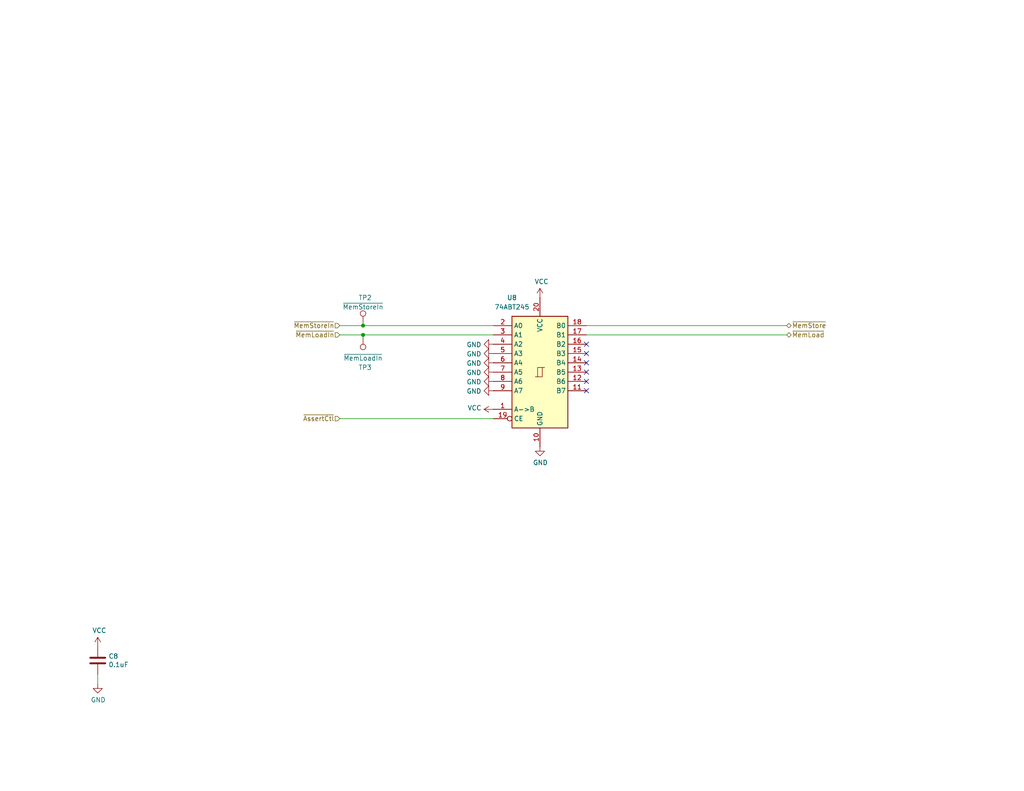
<source format=kicad_sch>
(kicad_sch (version 20250114) (generator "eeschema") (generator_version "9.0")
  (paper "USLetter")
  (title_block (date "2025-07-22") (rev "A"))
  (lib_symbols
    (symbol "Connector:TestPoint" (pin_numbers (hide yes)) (pin_names (offset 0.762) (hide yes))
      (property "Reference" "TP" (at 0 6.858 0))
      (property "Value" "TestPoint" (at 0 5.08 0))
      (symbol "TestPoint_0_1"
        (circle (center 0 3.302) (radius 0.762))
      )
      (symbol "TestPoint_1_1"
        (pin passive line (at 0 0 90) (length 2.54) (name "1") (number "1"))
      )
    )
    (symbol "Device:C" (pin_numbers (hide yes)) (pin_names (offset 0.254))
      (property "Reference" "C" (at 0.635 2.54 0))
      (property "Value" "C" (at 0.635 -2.54 0))
      (symbol "C_0_1"
        (polyline (pts (xy -2.032 0.762) (xy 2.032 0.762)) (stroke (width 0.508)))
        (polyline (pts (xy -2.032 -0.762) (xy 2.032 -0.762)) (stroke (width 0.508)))
      )
      (symbol "C_1_1"
        (pin passive line (at 0 3.81 270) (length 2.794) (name "~") (number "1"))
        (pin passive line (at 0 -3.81 90) (length 2.794) (name "~") (number "2"))
      )
    )
    (symbol "Turtle16:74ABT245"
      (property "Reference" "U" (at 0 2.54 0))
      (property "Value" "74ABT245" (at 0 2.54 0))
      (symbol "74ABT245_1_0"
        (polyline (pts (xy -1.27 -1.27) (xy 0.635 -1.27) (xy 0.635 1.27) (xy 1.27 1.27)))
        (polyline (pts (xy -0.635 -1.27) (xy -0.635 1.27) (xy 0.635 1.27)))
        (pin tri_state line (at -12.7 12.7 0) (length 5.08) (name "A0") (number "2"))
        (pin tri_state line (at -12.7 10.16 0) (length 5.08) (name "A1") (number "3"))
        (pin tri_state line (at -12.7 7.62 0) (length 5.08) (name "A2") (number "4"))
        (pin tri_state line (at -12.7 5.08 0) (length 5.08) (name "A3") (number "5"))
        (pin tri_state line (at -12.7 2.54 0) (length 5.08) (name "A4") (number "6"))
        (pin tri_state line (at -12.7 0 0) (length 5.08) (name "A5") (number "7"))
        (pin tri_state line (at -12.7 -2.54 0) (length 5.08) (name "A6") (number "8"))
        (pin tri_state line (at -12.7 -5.08 0) (length 5.08) (name "A7") (number "9"))
        (pin input line (at -12.7 -10.16 0) (length 5.08) (name "A->B") (number "1"))
        (pin input inverted (at -12.7 -12.7 0) (length 5.08) (name "CE") (number "19"))
        (pin power_in line (at 0 20.32 270) (length 5.08) (name "VCC") (number "20"))
        (pin power_in line (at 0 -20.32 90) (length 5.08) (name "GND") (number "10"))
        (pin tri_state line (at 12.7 12.7 180) (length 5.08) (name "B0") (number "18"))
        (pin tri_state line (at 12.7 10.16 180) (length 5.08) (name "B1") (number "17"))
        (pin tri_state line (at 12.7 7.62 180) (length 5.08) (name "B2") (number "16"))
        (pin tri_state line (at 12.7 5.08 180) (length 5.08) (name "B3") (number "15"))
        (pin tri_state line (at 12.7 2.54 180) (length 5.08) (name "B4") (number "14"))
        (pin tri_state line (at 12.7 0 180) (length 5.08) (name "B5") (number "13"))
        (pin tri_state line (at 12.7 -2.54 180) (length 5.08) (name "B6") (number "12"))
        (pin tri_state line (at 12.7 -5.08 180) (length 5.08) (name "B7") (number "11"))
      )
      (symbol "74ABT245_1_1"
        (rectangle (start -7.62 15.24) (end 7.62 -15.24) (stroke (width 0.254)) (fill (type background)))
      )
    )
    (symbol "power:GND" (power) (pin_numbers (hide yes)) (pin_names (offset 0) (hide yes))
      (property "Value" "GND" (at 0 -3.81 0))
      (symbol "GND_0_1"
        (polyline (pts (xy 0 0) (xy 0 -1.27) (xy 1.27 -1.27) (xy 0 -2.54) (xy -1.27 -1.27) (xy 0 -1.27)))
      )
      (symbol "GND_1_1"
        (pin power_in line (at 0 0 270) (length 0) (name "~") (number "1"))
      )
    )
    (symbol "power:VCC" (power) (pin_numbers (hide yes)) (pin_names (offset 0) (hide yes))
      (property "Value" "VCC" (at 0 3.556 0))
      (symbol "VCC_0_1"
        (polyline (pts (xy -0.762 1.27) (xy 0 2.54)))
        (polyline (pts (xy 0 2.54) (xy 0.762 1.27)))
        (polyline (pts (xy 0 0) (xy 0 2.54)))
      )
      (symbol "VCC_1_1"
        (pin power_in line (at 0 0 90) (length 0) (name "~") (number "1"))
      )
    )
  )
  (junction (at 99.06 88.9))
  (junction (at 99.06 91.44))
  (no_connect (at 160.02 93.98))
  (no_connect (at 160.02 96.52))
  (no_connect (at 160.02 101.6))
  (no_connect (at 160.02 99.06))
  (no_connect (at 160.02 104.14))
  (no_connect (at 160.02 106.68))
  (wire (pts (xy 26.67 186.69) (xy 26.67 184.15)))
  (wire (pts (xy 160.02 88.9) (xy 214.63 88.9)))
  (wire (pts (xy 160.02 91.44) (xy 214.63 91.44)))
  (wire (pts (xy 92.71 88.9) (xy 99.06 88.9)))
  (wire (pts (xy 92.71 91.44) (xy 99.06 91.44)))
  (wire (pts (xy 92.71 114.3) (xy 134.62 114.3)))
  (wire (pts (xy 99.06 88.9) (xy 134.62 88.9)))
  (wire (pts (xy 99.06 91.44) (xy 134.62 91.44)))
  (hierarchical_label "~{MemLoad}" (shape tri_state) (at 214.63 91.44 0))
  (hierarchical_label "~{MemLoadIn}" (shape input) (at 92.71 91.44 180))
  (hierarchical_label "~{MemStoreIn}" (shape input) (at 92.71 88.9 180))
  (hierarchical_label "~{AssertCtl}" (shape input) (at 92.71 114.3 180))
  (hierarchical_label "~{MemStore}" (shape tri_state) (at 214.63 88.9 0))
  (symbol (lib_id "Device:C") (at 26.67 180.34 0) (unit 1)
    (property "Reference" "C8" (at 29.591 179.1716 0) (effects (justify left)))
    (property "Value" "0.1uF" (at 29.591 181.483 0) (effects (justify left)))
    (property "Footprint" "Capacitor_SMD:C_0603_1608Metric" (effects (hide yes)))
    (property "Datasheet" "https://www.mouser.com/datasheet/2/396/taiyo_yuden_12132018_mlcc11_hq_e-1510082.pdf" (effects (hide yes)))
    (property "Manufacturer" "Taiyo Yuden" (effects (hide yes)))
    (property "Manufacturer#" "EMK107B7104KAHT" (effects (hide yes)))
    (property "Mouser#" "963-EMK107B7104KAHT" (effects (hide yes)))
    (property "Digikey#" "587-6004-1-ND" (effects (hide yes)))
    (instances (project "" (path "" (reference "C8") (unit 1))) (project "Turtle16Computer" (path "" (reference "C37") (unit 1))))
  )
  (symbol (lib_id "power:VCC") (at 26.67 176.53 0) (unit 1)
    (property "Reference" "#PWR036" (effects (hide yes)))
    (property "Value" "VCC" (at 27.1018 172.1358 0))
    (property "Description" "Power symbol creates a global label with name \"VCC\"" (effects (hide yes)))
    (instances (project "" (path "" (reference "#PWR036") (unit 1))) (project "Turtle16Computer" (path "" (reference "#PWR0647") (unit 1))))
  )
  (symbol (lib_id "power:GND") (at 26.67 186.69 0) (unit 1)
    (property "Reference" "#PWR037" (effects (hide yes)))
    (property "Value" "GND" (at 26.797 191.0842 0))
    (property "Description" "Power symbol creates a global label with name \"GND\" , ground" (effects (hide yes)))
    (instances (project "" (path "" (reference "#PWR037") (unit 1))) (project "Turtle16Computer" (path "" (reference "#PWR0648") (unit 1))))
  )
  (symbol (lib_id "power:GND") (at 134.62 93.98 270) (unit 1)
    (property "Reference" "#PWR038" (effects (hide yes)))
    (property "Value" "GND" (at 131.3688 94.107 90) (effects (justify right)))
    (property "Description" "Power symbol creates a global label with name \"GND\" , ground" (effects (hide yes)))
    (instances (project "" (path "" (reference "#PWR038") (unit 1))) (project "Turtle16Computer" (path "" (reference "#PWR0639") (unit 1))))
  )
  (symbol (lib_id "power:GND") (at 134.62 96.52 270) (unit 1)
    (property "Reference" "#PWR039" (effects (hide yes)))
    (property "Value" "GND" (at 131.3688 96.647 90) (effects (justify right)))
    (property "Description" "Power symbol creates a global label with name \"GND\" , ground" (effects (hide yes)))
    (instances (project "" (path "" (reference "#PWR039") (unit 1))) (project "Turtle16Computer" (path "" (reference "#PWR0640") (unit 1))))
  )
  (symbol (lib_id "power:GND") (at 134.62 99.06 270) (unit 1)
    (property "Reference" "#PWR040" (effects (hide yes)))
    (property "Value" "GND" (at 131.3688 99.187 90) (effects (justify right)))
    (property "Description" "Power symbol creates a global label with name \"GND\" , ground" (effects (hide yes)))
    (instances (project "" (path "" (reference "#PWR040") (unit 1))) (project "Turtle16Computer" (path "" (reference "#PWR0641") (unit 1))))
  )
  (symbol (lib_id "power:GND") (at 134.62 101.6 270) (unit 1)
    (property "Reference" "#PWR041" (effects (hide yes)))
    (property "Value" "GND" (at 131.3688 101.727 90) (effects (justify right)))
    (property "Description" "Power symbol creates a global label with name \"GND\" , ground" (effects (hide yes)))
    (instances (project "" (path "" (reference "#PWR041") (unit 1))) (project "Turtle16Computer" (path "" (reference "#PWR0642") (unit 1))))
  )
  (symbol (lib_id "power:GND") (at 134.62 104.14 270) (unit 1)
    (property "Reference" "#PWR042" (effects (hide yes)))
    (property "Value" "GND" (at 131.3688 104.267 90) (effects (justify right)))
    (property "Description" "Power symbol creates a global label with name \"GND\" , ground" (effects (hide yes)))
    (instances (project "" (path "" (reference "#PWR042") (unit 1))) (project "Turtle16Computer" (path "" (reference "#PWR0643") (unit 1))))
  )
  (symbol (lib_id "power:GND") (at 134.62 106.68 270) (unit 1)
    (property "Reference" "#PWR043" (effects (hide yes)))
    (property "Value" "GND" (at 131.3688 106.807 90) (effects (justify right)))
    (property "Description" "Power symbol creates a global label with name \"GND\" , ground" (effects (hide yes)))
    (instances (project "" (path "" (reference "#PWR043") (unit 1))) (project "Turtle16Computer" (path "" (reference "#PWR0644") (unit 1))))
  )
  (symbol (lib_id "Turtle16:74ABT245") (at 147.32 101.6 0) (unit 1)
    (property "Reference" "U8" (at 139.7 81.28 0))
    (property "Value" "74ABT245" (at 139.7 83.82 0))
    (property "Footprint" "Package_SO:TSSOP-20_4.4x6.5mm_P0.65mm" (effects (hide yes)))
    (property "Datasheet" "https://www.ti.com/general/docs/suppproductinfo.tsp?distId=26&gotoUrl=https://www.ti.com/lit/gpn/sn74abt245b" (effects (hide yes)))
    (property "Manufacturer" "Texas Instruments" (effects (hide yes)))
    (property "Manufacturer#" "SN74ABT245BPWR" (effects (hide yes)))
    (property "Mouser#" "595-SN74ABT245BPWR" (effects (hide yes)))
    (property "Digikey#" "296-3971-1-ND" (effects (hide yes)))
    (instances (project "" (path "" (reference "U8") (unit 1))) (project "Turtle16Computer" (path "" (reference "U32") (unit 1))))
  )
  (symbol (lib_id "power:VCC") (at 147.32 81.28 0) (unit 1)
    (property "Reference" "#PWR045" (effects (hide yes)))
    (property "Value" "VCC" (at 147.7518 76.8858 0))
    (property "Description" "Power symbol creates a global label with name \"VCC\"" (effects (hide yes)))
    (instances (project "" (path "" (reference "#PWR045") (unit 1))) (project "Turtle16Computer" (path "" (reference "#PWR0638") (unit 1))))
  )
  (symbol (lib_id "power:GND") (at 147.32 121.92 0) (unit 1)
    (property "Reference" "#PWR046" (effects (hide yes)))
    (property "Value" "GND" (at 147.447 126.3142 0))
    (property "Description" "Power symbol creates a global label with name \"GND\" , ground" (effects (hide yes)))
    (instances (project "" (path "" (reference "#PWR046") (unit 1))) (project "Turtle16Computer" (path "" (reference "#PWR0646") (unit 1))))
  )
  (symbol (lib_id "power:VCC") (at 134.62 111.76 90) (unit 1)
    (property "Reference" "#PWR044" (effects (hide yes)))
    (property "Value" "VCC" (at 131.3942 111.379 90) (effects (justify left)))
    (property "Description" "Power symbol creates a global label with name \"VCC\"" (effects (hide yes)))
    (instances (project "" (path "" (reference "#PWR044") (unit 1))) (project "Turtle16Computer" (path "" (reference "#PWR0645") (unit 1))))
  )
  (symbol (lib_id "Connector:TestPoint") (at 99.06 91.44 0) (mirror x) (unit 1) (in_bom no)
    (property "Reference" "TP3" (at 97.79 100.33 0) (effects (justify left)))
    (property "Value" "~{MemLoadIn}" (at 99.06 97.79 0))
    (property "Footprint" "TestPoint:TestPoint_Pad_D1.0mm" (effects (hide yes)))
    (instances (project "" (path "" (reference "TP3") (unit 1))) (project "Turtle16Computer" (path "" (reference "TP46") (unit 1))))
  )
  (symbol (lib_id "Connector:TestPoint") (at 99.06 88.9 0) (unit 1) (in_bom no)
    (property "Reference" "TP2" (at 97.79 81.28 0) (effects (justify left)))
    (property "Value" "~{MemStoreIn}" (at 99.06 83.82 0))
    (property "Footprint" "TestPoint:TestPoint_Pad_D1.0mm" (effects (hide yes)))
    (instances (project "" (path "" (reference "TP2") (unit 1))) (project "Turtle16Computer" (path "" (reference "TP45") (unit 1))))
  )
)
</source>
